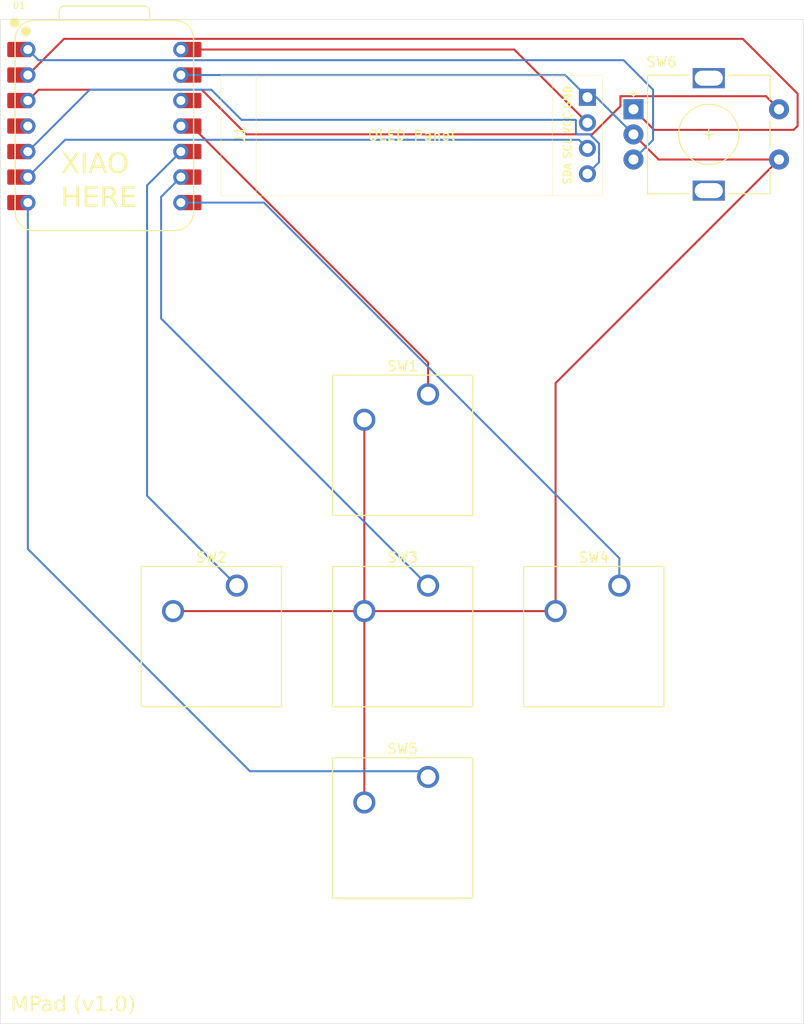
<source format=kicad_pcb>
(kicad_pcb (version 20241229) (generator "pcbnew") (generator_version "9.0")
  (layers (0 "F.Cu" signal) (2 "B.Cu" signal) (13 "F.Paste" user) (15 "B.Paste" user) (5 "F.SilkS" user "F.Silkscreen") (7 "B.SilkS" user "B.Silkscreen") (1 "F.Mask" user) (3 "B.Mask" user) (25 "Edge.Cuts" user))
  (net 0 "")
  (net 1 "+5V")
  (net 2 "OLED{slash}SDA")
  (net 3 "GND")
  (net 4 "OLED{slash}SCL")
  (net 5 "Net-(U1-GPIO3{slash}MOSI)")
  (net 6 "Net-(U1-GPIO4{slash}MISO)")
  (net 7 "Net-(U1-GPIO2{slash}SCK)")
  (net 8 "Net-(U1-GPIO1{slash}RX)")
  (net 9 "Net-(U1-GPIO0{slash}TX)")
  (net 10 "ROTARY{slash}GP27")
  (net 11 "ROTARY{slash}GP28")
  (net 12 "ROTARY{slash}GP26")
  (footprint "Button_Switch_Keyboard:SW_Cherry_MX_1.00u_PCB" (layer "F.Cu") (at 146.59 125.42)
    (property "Reference" "SW5" (at -2.54 -2.794 0) (layer "F.SilkS"))
    (property "Value" "SW_Push")
    (fp_line (start -9.525 -1.905) (end 4.445 -1.905) (stroke (width 0.12)) (layer "F.SilkS"))
    (fp_line (start -9.525 12.065) (end -9.525 -1.905) (stroke (width 0.12)) (layer "F.SilkS"))
    (fp_line (start 4.445 -1.905) (end 4.445 12.065) (stroke (width 0.12)) (layer "F.SilkS"))
    (fp_line (start 4.445 12.065) (end -9.525 12.065) (stroke (width 0.12)) (layer "F.SilkS"))
    (pad "" np_thru_hole circle (at -7.62 5.08) (size 1.7 1.7) (drill 1.7) (layers "*.Cu" "*.Mask"))
    (pad "" np_thru_hole circle (at -2.54 5.08) (size 4 4) (drill 4) (layers "*.Cu" "*.Mask"))
    (pad "" np_thru_hole circle (at 2.54 5.08) (size 1.7 1.7) (drill 1.7) (layers "*.Cu" "*.Mask"))
    (pad "1" thru_hole circle (at 0 0) (size 2.2 2.2) (drill 1.5) (layers "*.Cu" "*.Mask") (net 9 "Net-(U1-GPIO0{slash}TX)"))
    (pad "2" thru_hole circle (at -6.35 2.54) (size 2.2 2.2) (drill 1.5) (layers "*.Cu" "*.Mask") (net 3 "GND"))
  )
  (footprint "pretty:XIAO-RP2040-DIP-3D" (layer "F.Cu") (at 114.345 60.62)
    (property "Reference" "U1" (at -8.5 -12 0) (layer "F.SilkS") (effects (font (size 0.635 0.635) (thickness 0.1016))))
    (property "Value" "XIAO-RP2040-DIP-3D")
    (fp_line (start -8.89 8.509) (end -8.89 -8.636) (stroke (width 0.127)) (layer "F.SilkS"))
    (fp_line (start -6.985 10.414) (end 6.985 10.414) (stroke (width 0.127)) (layer "F.SilkS"))
    (fp_line (start -4.495 -10.541) (end -4.491272 -11.451272) (stroke (width 0.127)) (layer "F.SilkS"))
    (fp_line (start -3.991272 -11.951) (end 4.004 -11.951) (stroke (width 0.127)) (layer "F.SilkS"))
    (fp_line (start 4.504 -11.451) (end 4.504 -10.541) (stroke (width 0.127)) (layer "F.SilkS"))
    (fp_line (start 6.985 -10.541) (end -6.985 -10.541) (stroke (width 0.1)) (layer "F.SilkS"))
    (fp_line (start 6.985 -10.541) (end -6.985 -10.541) (stroke (width 0.127)) (layer "F.SilkS"))
    (fp_line (start 8.89 8.509) (end 8.89 -8.636) (stroke (width 0.127)) (layer "F.SilkS"))
    (fp_arc (start -8.89 -8.636) (mid -8.332038 -9.983038) (end -6.985 -10.541) (stroke (width 0.127)) (layer "F.SilkS"))
    (fp_arc (start -6.985 10.414) (mid -8.332038 9.856038) (end -8.89 8.509) (stroke (width 0.127)) (layer "F.SilkS"))
    (fp_arc (start -4.491272 -11.451272) (mid -4.344728 -11.80464) (end -3.991272 -11.951) (stroke (width 0.127)) (layer "F.SilkS"))
    (fp_arc (start 4.004 -11.951) (mid 4.357553 -11.804553) (end 4.504 -11.451) (stroke (width 0.127)) (layer "F.SilkS"))
    (fp_arc (start 6.985 -10.541) (mid 8.332038 -9.983038) (end 8.89 -8.636) (stroke (width 0.127)) (layer "F.SilkS"))
    (fp_arc (start 8.89 8.509) (mid 8.332038 9.856038) (end 6.985 10.414) (stroke (width 0.127)) (layer "F.SilkS"))
    (fp_circle (center -8.95 -10.3) (end -8.95 -10.554) (stroke (width 0.5)) (fill yes) (layer "F.SilkS"))
    (fp_circle (center -7.807 -9.42) (end -7.807 -9.674) (stroke (width 0.5)) (fill yes) (layer "F.SilkS"))
    (pad "1" smd roundrect (at -8.455 -7.62 180) (size 2.432 1.524) (layers "F.Cu" "F.Mask") (roundrect_rratio 0.1) (net 12 "ROTARY{slash}GP26"))
    (pad "1" thru_hole circle (at -7.62 -7.62 180) (size 1.524 1.524) (drill 0.889) (layers "*.Cu" "*.Mask") (net 12 "ROTARY{slash}GP26"))
    (pad "2" smd roundrect (at -8.455 -5.08 180) (size 2.432 1.524) (layers "F.Cu" "F.Mask") (roundrect_rratio 0.1) (net 10 "ROTARY{slash}GP27"))
    (pad "2" thru_hole circle (at -7.62 -5.08 180) (size 1.524 1.524) (drill 0.889) (layers "*.Cu" "*.Mask") (net 10 "ROTARY{slash}GP27"))
    (pad "3" smd roundrect (at -8.455 -2.54 180) (size 2.432 1.524) (layers "F.Cu" "F.Mask") (roundrect_rratio 0.1) (net 11 "ROTARY{slash}GP28"))
    (pad "3" thru_hole circle (at -7.62 -2.54 180) (size 1.524 1.524) (drill 0.889) (layers "*.Cu" "*.Mask") (net 11 "ROTARY{slash}GP28"))
    (pad "4" smd roundrect (at -8.455 0 180) (size 2.432 1.524) (layers "F.Cu" "F.Mask") (roundrect_rratio 0.1))
    (pad "4" thru_hole circle (at -7.62 0 180) (size 1.524 1.524) (drill 0.889) (layers "*.Cu" "*.Mask"))
    (pad "5" smd roundrect (at -8.455 2.54 180) (size 2.432 1.524) (layers "F.Cu" "F.Mask") (roundrect_rratio 0.1) (net 2 "OLED{slash}SDA"))
    (pad "5" thru_hole circle (at -7.62 2.54 180) (size 1.524 1.524) (drill 0.889) (layers "*.Cu" "*.Mask") (net 2 "OLED{slash}SDA"))
    (pad "6" smd roundrect (at -8.455 5.08 180) (size 2.432 1.524) (layers "F.Cu" "F.Mask") (roundrect_rratio 0.1) (net 4 "OLED{slash}SCL"))
    (pad "6" thru_hole circle (at -7.62 5.08 180) (size 1.524 1.524) (drill 0.889) (layers "*.Cu" "*.Mask") (net 4 "OLED{slash}SCL"))
    (pad "7" smd roundrect (at -8.455 7.62 180) (size 2.432 1.524) (layers "F.Cu" "F.Mask") (roundrect_rratio 0.1) (net 9 "Net-(U1-GPIO0{slash}TX)"))
    (pad "7" thru_hole circle (at -7.62 7.62 180) (size 1.524 1.524) (drill 0.889) (layers "*.Cu" "*.Mask") (net 9 "Net-(U1-GPIO0{slash}TX)"))
    (pad "8" thru_hole circle (at 7.62 7.62) (size 1.524 1.524) (drill 0.889) (layers "*.Cu" "*.Mask") (net 8 "Net-(U1-GPIO1{slash}RX)"))
    (pad "8" smd roundrect (at 8.455 7.62) (size 2.432 1.524) (layers "F.Cu" "F.Mask") (roundrect_rratio 0.1) (net 8 "Net-(U1-GPIO1{slash}RX)"))
    (pad "9" thru_hole circle (at 7.62 5.08) (size 1.524 1.524) (drill 0.889) (layers "*.Cu" "*.Mask") (net 7 "Net-(U1-GPIO2{slash}SCK)"))
    (pad "9" smd roundrect (at 8.455 5.08) (size 2.432 1.524) (layers "F.Cu" "F.Mask") (roundrect_rratio 0.1) (net 7 "Net-(U1-GPIO2{slash}SCK)"))
    (pad "10" thru_hole circle (at 7.62 2.54) (size 1.524 1.524) (drill 0.889) (layers "*.Cu" "*.Mask") (net 6 "Net-(U1-GPIO4{slash}MISO)"))
    (pad "10" smd roundrect (at 8.455 2.54) (size 2.432 1.524) (layers "F.Cu" "F.Mask") (roundrect_rratio 0.1) (net 6 "Net-(U1-GPIO4{slash}MISO)"))
    (pad "11" thru_hole circle (at 7.62 0) (size 1.524 1.524) (drill 0.889) (layers "*.Cu" "*.Mask") (net 5 "Net-(U1-GPIO3{slash}MOSI)"))
    (pad "11" smd roundrect (at 8.455 0) (size 2.432 1.524) (layers "F.Cu" "F.Mask") (roundrect_rratio 0.1) (net 5 "Net-(U1-GPIO3{slash}MOSI)"))
    (pad "12" thru_hole circle (at 7.62 -2.54) (size 1.524 1.524) (drill 0.889) (layers "*.Cu" "*.Mask"))
    (pad "12" smd roundrect (at 8.455 -2.54) (size 2.432 1.524) (layers "F.Cu" "F.Mask") (roundrect_rratio 0.1))
    (pad "13" thru_hole circle (at 7.62 -5.08) (size 1.524 1.524) (drill 0.889) (layers "*.Cu" "*.Mask") (net 3 "GND"))
    (pad "13" smd roundrect (at 8.455 -5.08) (size 2.432 1.524) (layers "F.Cu" "F.Mask") (roundrect_rratio 0.1) (net 3 "GND"))
    (pad "14" thru_hole circle (at 7.62 -7.62) (size 1.524 1.524) (drill 0.889) (layers "*.Cu" "*.Mask") (net 1 "+5V"))
    (pad "14" smd roundrect (at 8.455 -7.62) (size 2.432 1.524) (layers "F.Cu" "F.Mask") (roundrect_rratio 0.1) (net 1 "+5V"))
  )
  (footprint "Button_Switch_Keyboard:SW_Cherry_MX_1.00u_PCB" (layer "F.Cu") (at 146.59 87.32)
    (property "Reference" "SW1" (at -2.54 -2.794 0) (layer "F.SilkS"))
    (property "Value" "SW_Push")
    (fp_line (start -9.525 -1.905) (end 4.445 -1.905) (stroke (width 0.12)) (layer "F.SilkS"))
    (fp_line (start -9.525 12.065) (end -9.525 -1.905) (stroke (width 0.12)) (layer "F.SilkS"))
    (fp_line (start 4.445 -1.905) (end 4.445 12.065) (stroke (width 0.12)) (layer "F.SilkS"))
    (fp_line (start 4.445 12.065) (end -9.525 12.065) (stroke (width 0.12)) (layer "F.SilkS"))
    (pad "" np_thru_hole circle (at -7.62 5.08) (size 1.7 1.7) (drill 1.7) (layers "*.Cu" "*.Mask"))
    (pad "" np_thru_hole circle (at -2.54 5.08) (size 4 4) (drill 4) (layers "*.Cu" "*.Mask"))
    (pad "" np_thru_hole circle (at 2.54 5.08) (size 1.7 1.7) (drill 1.7) (layers "*.Cu" "*.Mask"))
    (pad "1" thru_hole circle (at 0 0) (size 2.2 2.2) (drill 1.5) (layers "*.Cu" "*.Mask") (net 5 "Net-(U1-GPIO3{slash}MOSI)"))
    (pad "2" thru_hole circle (at -6.35 2.54) (size 2.2 2.2) (drill 1.5) (layers "*.Cu" "*.Mask") (net 3 "GND"))
  )
  (footprint "Button_Switch_Keyboard:SW_Cherry_MX_1.00u_PCB" (layer "F.Cu") (at 146.59 106.37)
    (property "Reference" "SW3" (at -2.54 -2.794 0) (layer "F.SilkS"))
    (property "Value" "SW_Push")
    (fp_line (start -9.525 -1.905) (end 4.445 -1.905) (stroke (width 0.12)) (layer "F.SilkS"))
    (fp_line (start -9.525 12.065) (end -9.525 -1.905) (stroke (width 0.12)) (layer "F.SilkS"))
    (fp_line (start 4.445 -1.905) (end 4.445 12.065) (stroke (width 0.12)) (layer "F.SilkS"))
    (fp_line (start 4.445 12.065) (end -9.525 12.065) (stroke (width 0.12)) (layer "F.SilkS"))
    (pad "" np_thru_hole circle (at -7.62 5.08) (size 1.7 1.7) (drill 1.7) (layers "*.Cu" "*.Mask"))
    (pad "" np_thru_hole circle (at -2.54 5.08) (size 4 4) (drill 4) (layers "*.Cu" "*.Mask"))
    (pad "" np_thru_hole circle (at 2.54 5.08) (size 1.7 1.7) (drill 1.7) (layers "*.Cu" "*.Mask"))
    (pad "1" thru_hole circle (at 0 0) (size 2.2 2.2) (drill 1.5) (layers "*.Cu" "*.Mask") (net 7 "Net-(U1-GPIO2{slash}SCK)"))
    (pad "2" thru_hole circle (at -6.35 2.54) (size 2.2 2.2) (drill 1.5) (layers "*.Cu" "*.Mask") (net 3 "GND"))
  )
  (footprint "RotaryEncoder:RotaryEncoder_Alps_EC11E-Switch_Vertical_H20mm" (layer "F.Cu") (at 167.05 58.95)
    (property "Reference" "SW6" (at 2.8 -4.7 0) (layer "F.SilkS"))
    (property "Value" "RotaryEncoder_Switch")
    (fp_line (start -0.3 -1.6) (end 0.3 -1.6) (stroke (width 0.12)) (layer "F.SilkS"))
    (fp_line (start 0 -1.3) (end -0.3 -1.6) (stroke (width 0.12)) (layer "F.SilkS"))
    (fp_line (start 0.3 -1.6) (end 0 -1.3) (stroke (width 0.12)) (layer "F.SilkS"))
    (fp_line (start 1.4 -3.4) (end 1.4 8.4) (stroke (width 0.12)) (layer "F.SilkS"))
    (fp_line (start 5.5 -3.4) (end 1.4 -3.4) (stroke (width 0.12)) (layer "F.SilkS"))
    (fp_line (start 5.5 8.4) (end 1.4 8.4) (stroke (width 0.12)) (layer "F.SilkS"))
    (fp_line (start 7 2.5) (end 8 2.5) (stroke (width 0.12)) (layer "F.SilkS"))
    (fp_line (start 7.5 2) (end 7.5 3) (stroke (width 0.12)) (layer "F.SilkS"))
    (fp_line (start 9.5 -3.4) (end 13.6 -3.4) (stroke (width 0.12)) (layer "F.SilkS"))
    (fp_line (start 13.6 -3.4) (end 13.6 -1) (stroke (width 0.12)) (layer "F.SilkS"))
    (fp_line (start 13.6 1.2) (end 13.6 3.8) (stroke (width 0.12)) (layer "F.SilkS"))
    (fp_line (start 13.6 6) (end 13.6 8.4) (stroke (width 0.12)) (layer "F.SilkS"))
    (fp_line (start 13.6 8.4) (end 9.5 8.4) (stroke (width 0.12)) (layer "F.SilkS"))
    (fp_circle (center 7.5 2.5) (end 10.5 2.5) (stroke (width 0.12)) (fill no) (layer "F.SilkS"))
    (pad "A" thru_hole rect (at 0 0) (size 2 2) (drill 1) (layers "*.Cu" "*.Mask") (net 10 "ROTARY{slash}GP27"))
    (pad "B" thru_hole circle (at 0 5) (size 2 2) (drill 1) (layers "*.Cu" "*.Mask") (net 12 "ROTARY{slash}GP26"))
    (pad "C" thru_hole circle (at 0 2.5) (size 2 2) (drill 1) (layers "*.Cu" "*.Mask") (net 3 "GND"))
    (pad "MP" thru_hole rect (at 7.5 -3.1) (size 3.2 2) (drill oval 2.8 1.5) (layers "*.Cu" "*.Mask"))
    (pad "MP" thru_hole rect (at 7.5 8.1) (size 3.2 2) (drill oval 2.8 1.5) (layers "*.Cu" "*.Mask"))
    (pad "S1" thru_hole circle (at 14.5 5) (size 2 2) (drill 1) (layers "*.Cu" "*.Mask") (net 3 "GND"))
    (pad "S2" thru_hole circle (at 14.5 0) (size 2 2) (drill 1) (layers "*.Cu" "*.Mask") (net 11 "ROTARY{slash}GP28"))
  )
  (footprint "Button_Switch_Keyboard:SW_Cherry_MX_1.00u_PCB" (layer "F.Cu") (at 165.64 106.37)
    (property "Reference" "SW4" (at -2.54 -2.794 0) (layer "F.SilkS"))
    (property "Value" "SW_Push")
    (fp_line (start -9.525 -1.905) (end 4.445 -1.905) (stroke (width 0.12)) (layer "F.SilkS"))
    (fp_line (start -9.525 12.065) (end -9.525 -1.905) (stroke (width 0.12)) (layer "F.SilkS"))
    (fp_line (start 4.445 -1.905) (end 4.445 12.065) (stroke (width 0.12)) (layer "F.SilkS"))
    (fp_line (start 4.445 12.065) (end -9.525 12.065) (stroke (width 0.12)) (layer "F.SilkS"))
    (pad "" np_thru_hole circle (at -7.62 5.08) (size 1.7 1.7) (drill 1.7) (layers "*.Cu" "*.Mask"))
    (pad "" np_thru_hole circle (at -2.54 5.08) (size 4 4) (drill 4) (layers "*.Cu" "*.Mask"))
    (pad "" np_thru_hole circle (at 2.54 5.08) (size 1.7 1.7) (drill 1.7) (layers "*.Cu" "*.Mask"))
    (pad "1" thru_hole circle (at 0 0) (size 2.2 2.2) (drill 1.5) (layers "*.Cu" "*.Mask") (net 8 "Net-(U1-GPIO1{slash}RX)"))
    (pad "2" thru_hole circle (at -6.35 2.54) (size 2.2 2.2) (drill 1.5) (layers "*.Cu" "*.Mask") (net 3 "GND"))
  )
  (footprint "OLED:SSD1306-0.91-OLED-4pin-128x32" (layer "F.Cu") (at 125.965 55.565)
    (property "Reference" "J1" (at 1.9 5.91 90) (layer "F.SilkS"))
    (property "Value" "OLED")
    (fp_line (start 0 0) (end 0 12) (stroke (width 0.04)) (layer "F.SilkS"))
    (fp_line (start 0 12) (end 38 12) (stroke (width 0.04)) (layer "F.SilkS"))
    (fp_line (start 3.5 0) (end 3.5 12) (stroke (width 0.04)) (layer "F.SilkS"))
    (fp_line (start 33 0) (end 33 12) (stroke (width 0.04)) (layer "F.SilkS"))
    (fp_line (start 38 0) (end 0 0) (stroke (width 0.04)) (layer "F.SilkS"))
    (fp_line (start 38 12) (end 38 0) (stroke (width 0.04)) (layer "F.SilkS"))
    (fp_text user "SCL" (at 34.5 7.27 270) (layer "F.SilkS") (effects (font (size 0.75 0.75))))
    (fp_text user "SDA" (at 34.5 9.81 270) (layer "F.SilkS") (effects (font (size 0.75 0.75))))
    (fp_text user "VCC" (at 34.5 4.73 270) (layer "F.SilkS") (effects (font (size 0.75 0.75))))
    (fp_text user "GND" (at 34.5 2.19 270) (layer "F.SilkS") (effects (font (size 0.75 0.75))))
    (fp_text user "OLED Panel" (at 19 6 0) (layer "F.SilkS"))
    (pad "1" thru_hole rect (at 36.5 2.19) (size 1.7 1.7) (drill 1) (layers "*.Cu" "*.Mask") (net 3 "GND"))
    (pad "2" thru_hole oval (at 36.5 4.73) (size 1.7 1.7) (drill 1) (layers "*.Cu" "*.Mask") (net 1 "+5V"))
    (pad "3" thru_hole oval (at 36.5 7.27) (size 1.7 1.7) (drill 1) (layers "*.Cu" "*.Mask") (net 4 "OLED{slash}SCL"))
    (pad "4" thru_hole oval (at 36.5 9.81) (size 1.7 1.7) (drill 1) (layers "*.Cu" "*.Mask") (net 2 "OLED{slash}SDA"))
  )
  (footprint "Button_Switch_Keyboard:SW_Cherry_MX_1.00u_PCB" (layer "F.Cu") (at 127.54 106.37)
    (property "Reference" "SW2" (at -2.54 -2.794 0) (layer "F.SilkS"))
    (property "Value" "SW_Push")
    (fp_line (start -9.525 -1.905) (end 4.445 -1.905) (stroke (width 0.12)) (layer "F.SilkS"))
    (fp_line (start -9.525 12.065) (end -9.525 -1.905) (stroke (width 0.12)) (layer "F.SilkS"))
    (fp_line (start 4.445 -1.905) (end 4.445 12.065) (stroke (width 0.12)) (layer "F.SilkS"))
    (fp_line (start 4.445 12.065) (end -9.525 12.065) (stroke (width 0.12)) (layer "F.SilkS"))
    (pad "" np_thru_hole circle (at -7.62 5.08) (size 1.7 1.7) (drill 1.7) (layers "*.Cu" "*.Mask"))
    (pad "" np_thru_hole circle (at -2.54 5.08) (size 4 4) (drill 4) (layers "*.Cu" "*.Mask"))
    (pad "" np_thru_hole circle (at 2.54 5.08) (size 1.7 1.7) (drill 1.7) (layers "*.Cu" "*.Mask"))
    (pad "1" thru_hole circle (at 0 0) (size 2.2 2.2) (drill 1.5) (layers "*.Cu" "*.Mask") (net 6 "Net-(U1-GPIO4{slash}MISO)"))
    (pad "2" thru_hole circle (at -6.35 2.54) (size 2.2 2.2) (drill 1.5) (layers "*.Cu" "*.Mask") (net 3 "GND"))
  )
  (gr_rect (start 104 50) (end 184 150) (stroke (width 0.05)) (fill no) (layer "Edge.Cuts"))
  (gr_text "MPad (v1.0)" (at 105 149 0) (layer "F.SilkS") (effects (font (size 1.5 1.5) (thickness 0.1)) (justify left bottom)))
  (gr_text "XIAO\nHERE" (at 110 69 0) (layer "F.SilkS") (effects (font (size 2 2) (thickness 0.1)) (justify left bottom)))
  (segment (start 155.17 53) (end 121.965 53) (width 0.2) (layer "F.Cu") (net 1))
  (segment (start 162.465 60.295) (end 155.17 53) (width 0.2) (layer "F.Cu") (net 1))
  (segment (start 161.314 61.314) (end 161.314 60.05624) (width 0.2) (layer "B.Cu") (net 2))
  (segment (start 163.616 62.35824) (end 162.70376 61.446) (width 0.2) (layer "B.Cu") (net 2))
  (segment (start 161.446 61.446) (end 161.314 61.314) (width 0.2) (layer "B.Cu") (net 2))
  (segment (start 128 60) (end 125 57) (width 0.2) (layer "B.Cu") (net 2))
  (segment (start 112.885 57) (end 106.725 63.16) (width 0.2) (layer "B.Cu") (net 2))
  (segment (start 163.616 64.224) (end 163.616 62.35824) (width 0.2) (layer "B.Cu") (net 2))
  (segment (start 162.465 65.375) (end 163.616 64.224) (width 0.2) (layer "B.Cu") (net 2))
  (segment (start 161.25776 60) (end 128 60) (width 0.2) (layer "B.Cu") (net 2))
  (segment (start 125 57) (end 112.885 57) (width 0.2) (layer "B.Cu") (net 2))
  (segment (start 161.314 60.05624) (end 161.25776 60) (width 0.2) (layer "B.Cu") (net 2))
  (segment (start 162.70376 61.446) (end 161.446 61.446) (width 0.2) (layer "B.Cu") (net 2))
  (segment (start 167.05 61.45) (end 169.55 63.95) (width 0.2) (layer "F.Cu") (net 3))
  (segment (start 140.24 108.91) (end 140.24 127.96) (width 0.2) (layer "F.Cu") (net 3))
  (segment (start 121.19 108.91) (end 159.29 108.91) (width 0.2) (layer "F.Cu") (net 3))
  (segment (start 159.29 86.21) (end 181.55 63.95) (width 0.2) (layer "F.Cu") (net 3))
  (segment (start 140.24 89.86) (end 140.24 108.91) (width 0.2) (layer "F.Cu") (net 3))
  (segment (start 159.29 108.91) (end 159.29 86.21) (width 0.2) (layer "F.Cu") (net 3))
  (segment (start 169.55 63.95) (end 181.55 63.95) (width 0.2) (layer "F.Cu") (net 3))
  (segment (start 160.25 55.54) (end 162.465 57.755) (width 0.2) (layer "B.Cu") (net 3))
  (segment (start 162.465 57.755) (end 163.355 57.755) (width 0.2) (layer "B.Cu") (net 3))
  (segment (start 163.355 57.755) (end 167.05 61.45) (width 0.2) (layer "B.Cu") (net 3))
  (segment (start 121.965 55.54) (end 160.25 55.54) (width 0.2) (layer "B.Cu") (net 3))
  (segment (start 161.615 61.985) (end 110.44 61.985) (width 0.2) (layer "B.Cu") (net 4))
  (segment (start 110.44 61.985) (end 106.725 65.7) (width 0.2) (layer "B.Cu") (net 4))
  (segment (start 162.465 62.835) (end 161.615 61.985) (width 0.2) (layer "B.Cu") (net 4))
  (segment (start 146.59 84.16737) (end 123.04263 60.62) (width 0.2) (layer "F.Cu") (net 5))
  (segment (start 146.59 87.32) (end 146.59 84.16737) (width 0.2) (layer "F.Cu") (net 5))
  (segment (start 123.04263 60.62) (end 121.965 60.62) (width 0.2) (layer "F.Cu") (net 5))
  (segment (start 118.599 66.526) (end 118.599 97.429) (width 0.2) (layer "B.Cu") (net 6))
  (segment (start 118.599 97.429) (end 127.54 106.37) (width 0.2) (layer "B.Cu") (net 6))
  (segment (start 121.965 63.16) (end 118.599 66.526) (width 0.2) (layer "B.Cu") (net 6))
  (segment (start 120 67.665) (end 120 79.78) (width 0.2) (layer "B.Cu") (net 7))
  (segment (start 120 79.78) (end 146.59 106.37) (width 0.2) (layer "B.Cu") (net 7))
  (segment (start 121.965 65.7) (end 120 67.665) (width 0.2) (layer "B.Cu") (net 7))
  (segment (start 165.64 103.64) (end 165.64 106.37) (width 0.2) (layer "B.Cu") (net 8))
  (segment (start 121.965 68.24) (end 130.24 68.24) (width 0.2) (layer "B.Cu") (net 8))
  (segment (start 130.24 68.24) (end 165.64 103.64) (width 0.2) (layer "B.Cu") (net 8))
  (segment (start 106.725 102.725) (end 106.725 68.24) (width 0.2) (layer "B.Cu") (net 9))
  (segment (start 146.021925 124.851925) (end 128.851925 124.851925) (width 0.2) (layer "B.Cu") (net 9))
  (segment (start 146.59 125.42) (end 146.021925 124.851925) (width 0.2) (layer "B.Cu") (net 9))
  (segment (start 128.851925 124.851925) (end 106.725 102.725) (width 0.2) (layer "B.Cu") (net 9))
  (segment (start 183.399 57.399) (end 177.937 51.937) (width 0.2) (layer "F.Cu") (net 10))
  (segment (start 183.399 60.601) (end 183.399 57.399) (width 0.2) (layer "F.Cu") (net 10))
  (segment (start 169.1 61) (end 183 61) (width 0.2) (layer "F.Cu") (net 10))
  (segment (start 177.937 51.937) (end 110.328 51.937) (width 0.2) (layer "F.Cu") (net 10))
  (segment (start 110.328 51.937) (end 106.725 55.54) (width 0.2) (layer "F.Cu") (net 10))
  (segment (start 167.05 58.95) (end 169.1 61) (width 0.2) (layer "F.Cu") (net 10))
  (segment (start 183 61) (end 183.399 60.601) (width 0.2) (layer "F.Cu") (net 10))
  (segment (start 180.249 57.649) (end 165.749 57.649) (width 0.2) (layer "F.Cu") (net 11))
  (segment (start 162.94176 61.446) (end 128.484626 61.446) (width 0.2) (layer "F.Cu") (net 11))
  (segment (start 107.805 57) (end 106.725 58.08) (width 0.2) (layer "F.Cu") (net 11))
  (segment (start 128.484626 61.446) (end 124.038626 57) (width 0.2) (layer "F.Cu") (net 11))
  (segment (start 165.749 57.649) (end 165.749 58.63876) (width 0.2) (layer "F.Cu") (net 11))
  (segment (start 181.55 58.95) (end 180.249 57.649) (width 0.2) (layer "F.Cu") (net 11))
  (segment (start 165.749 58.63876) (end 162.94176 61.446) (width 0.2) (layer "F.Cu") (net 11))
  (segment (start 124.038626 57) (end 107.805 57) (width 0.2) (layer "F.Cu") (net 11))
  (segment (start 169 57) (end 166.063 54.063) (width 0.2) (layer "B.Cu") (net 12))
  (segment (start 167.05 63.95) (end 169 62) (width 0.2) (layer "B.Cu") (net 12))
  (segment (start 169 62) (end 169 57) (width 0.2) (layer "B.Cu") (net 12))
  (segment (start 107.788 54.063) (end 106.725 53) (width 0.2) (layer "B.Cu") (net 12))
  (segment (start 166.063 54.063) (end 107.788 54.063) (width 0.2) (layer "B.Cu") (net 12))
)
</source>
